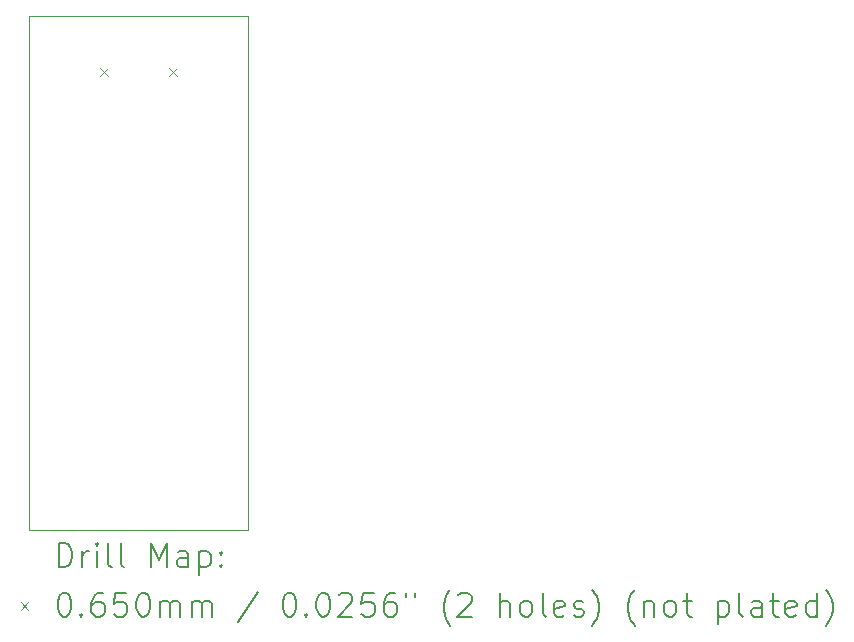
<source format=gbr>
%TF.GenerationSoftware,KiCad,Pcbnew,(6.0.8)*%
%TF.CreationDate,2022-12-17T22:06:41+01:00*%
%TF.ProjectId,Dact,44616374-2e6b-4696-9361-645f70636258,rev?*%
%TF.SameCoordinates,Original*%
%TF.FileFunction,Drillmap*%
%TF.FilePolarity,Positive*%
%FSLAX45Y45*%
G04 Gerber Fmt 4.5, Leading zero omitted, Abs format (unit mm)*
G04 Created by KiCad (PCBNEW (6.0.8)) date 2022-12-17 22:06:41*
%MOMM*%
%LPD*%
G01*
G04 APERTURE LIST*
%ADD10C,0.100000*%
%ADD11C,0.200000*%
%ADD12C,0.065000*%
G04 APERTURE END LIST*
D10*
X14037000Y-5256000D02*
X15887000Y-5256000D01*
X15887000Y-9606000D02*
X14037000Y-9606000D01*
X15887000Y-5256000D02*
X15887000Y-9606000D01*
X14037000Y-9606000D02*
X14037000Y-5256000D01*
D11*
D12*
X14642000Y-5699750D02*
X14707000Y-5764750D01*
X14707000Y-5699750D02*
X14642000Y-5764750D01*
X15222000Y-5699750D02*
X15287000Y-5764750D01*
X15287000Y-5699750D02*
X15222000Y-5764750D01*
D11*
X14289619Y-9921476D02*
X14289619Y-9721476D01*
X14337238Y-9721476D01*
X14365809Y-9731000D01*
X14384857Y-9750048D01*
X14394381Y-9769095D01*
X14403905Y-9807190D01*
X14403905Y-9835762D01*
X14394381Y-9873857D01*
X14384857Y-9892905D01*
X14365809Y-9911952D01*
X14337238Y-9921476D01*
X14289619Y-9921476D01*
X14489619Y-9921476D02*
X14489619Y-9788143D01*
X14489619Y-9826238D02*
X14499143Y-9807190D01*
X14508667Y-9797667D01*
X14527714Y-9788143D01*
X14546762Y-9788143D01*
X14613428Y-9921476D02*
X14613428Y-9788143D01*
X14613428Y-9721476D02*
X14603905Y-9731000D01*
X14613428Y-9740524D01*
X14622952Y-9731000D01*
X14613428Y-9721476D01*
X14613428Y-9740524D01*
X14737238Y-9921476D02*
X14718190Y-9911952D01*
X14708667Y-9892905D01*
X14708667Y-9721476D01*
X14842000Y-9921476D02*
X14822952Y-9911952D01*
X14813428Y-9892905D01*
X14813428Y-9721476D01*
X15070571Y-9921476D02*
X15070571Y-9721476D01*
X15137238Y-9864333D01*
X15203905Y-9721476D01*
X15203905Y-9921476D01*
X15384857Y-9921476D02*
X15384857Y-9816714D01*
X15375333Y-9797667D01*
X15356286Y-9788143D01*
X15318190Y-9788143D01*
X15299143Y-9797667D01*
X15384857Y-9911952D02*
X15365809Y-9921476D01*
X15318190Y-9921476D01*
X15299143Y-9911952D01*
X15289619Y-9892905D01*
X15289619Y-9873857D01*
X15299143Y-9854810D01*
X15318190Y-9845286D01*
X15365809Y-9845286D01*
X15384857Y-9835762D01*
X15480095Y-9788143D02*
X15480095Y-9988143D01*
X15480095Y-9797667D02*
X15499143Y-9788143D01*
X15537238Y-9788143D01*
X15556286Y-9797667D01*
X15565809Y-9807190D01*
X15575333Y-9826238D01*
X15575333Y-9883381D01*
X15565809Y-9902429D01*
X15556286Y-9911952D01*
X15537238Y-9921476D01*
X15499143Y-9921476D01*
X15480095Y-9911952D01*
X15661048Y-9902429D02*
X15670571Y-9911952D01*
X15661048Y-9921476D01*
X15651524Y-9911952D01*
X15661048Y-9902429D01*
X15661048Y-9921476D01*
X15661048Y-9797667D02*
X15670571Y-9807190D01*
X15661048Y-9816714D01*
X15651524Y-9807190D01*
X15661048Y-9797667D01*
X15661048Y-9816714D01*
D12*
X13967000Y-10218500D02*
X14032000Y-10283500D01*
X14032000Y-10218500D02*
X13967000Y-10283500D01*
D11*
X14327714Y-10141476D02*
X14346762Y-10141476D01*
X14365809Y-10151000D01*
X14375333Y-10160524D01*
X14384857Y-10179571D01*
X14394381Y-10217667D01*
X14394381Y-10265286D01*
X14384857Y-10303381D01*
X14375333Y-10322429D01*
X14365809Y-10331952D01*
X14346762Y-10341476D01*
X14327714Y-10341476D01*
X14308667Y-10331952D01*
X14299143Y-10322429D01*
X14289619Y-10303381D01*
X14280095Y-10265286D01*
X14280095Y-10217667D01*
X14289619Y-10179571D01*
X14299143Y-10160524D01*
X14308667Y-10151000D01*
X14327714Y-10141476D01*
X14480095Y-10322429D02*
X14489619Y-10331952D01*
X14480095Y-10341476D01*
X14470571Y-10331952D01*
X14480095Y-10322429D01*
X14480095Y-10341476D01*
X14661048Y-10141476D02*
X14622952Y-10141476D01*
X14603905Y-10151000D01*
X14594381Y-10160524D01*
X14575333Y-10189095D01*
X14565809Y-10227190D01*
X14565809Y-10303381D01*
X14575333Y-10322429D01*
X14584857Y-10331952D01*
X14603905Y-10341476D01*
X14642000Y-10341476D01*
X14661048Y-10331952D01*
X14670571Y-10322429D01*
X14680095Y-10303381D01*
X14680095Y-10255762D01*
X14670571Y-10236714D01*
X14661048Y-10227190D01*
X14642000Y-10217667D01*
X14603905Y-10217667D01*
X14584857Y-10227190D01*
X14575333Y-10236714D01*
X14565809Y-10255762D01*
X14861048Y-10141476D02*
X14765809Y-10141476D01*
X14756286Y-10236714D01*
X14765809Y-10227190D01*
X14784857Y-10217667D01*
X14832476Y-10217667D01*
X14851524Y-10227190D01*
X14861048Y-10236714D01*
X14870571Y-10255762D01*
X14870571Y-10303381D01*
X14861048Y-10322429D01*
X14851524Y-10331952D01*
X14832476Y-10341476D01*
X14784857Y-10341476D01*
X14765809Y-10331952D01*
X14756286Y-10322429D01*
X14994381Y-10141476D02*
X15013428Y-10141476D01*
X15032476Y-10151000D01*
X15042000Y-10160524D01*
X15051524Y-10179571D01*
X15061048Y-10217667D01*
X15061048Y-10265286D01*
X15051524Y-10303381D01*
X15042000Y-10322429D01*
X15032476Y-10331952D01*
X15013428Y-10341476D01*
X14994381Y-10341476D01*
X14975333Y-10331952D01*
X14965809Y-10322429D01*
X14956286Y-10303381D01*
X14946762Y-10265286D01*
X14946762Y-10217667D01*
X14956286Y-10179571D01*
X14965809Y-10160524D01*
X14975333Y-10151000D01*
X14994381Y-10141476D01*
X15146762Y-10341476D02*
X15146762Y-10208143D01*
X15146762Y-10227190D02*
X15156286Y-10217667D01*
X15175333Y-10208143D01*
X15203905Y-10208143D01*
X15222952Y-10217667D01*
X15232476Y-10236714D01*
X15232476Y-10341476D01*
X15232476Y-10236714D02*
X15242000Y-10217667D01*
X15261048Y-10208143D01*
X15289619Y-10208143D01*
X15308667Y-10217667D01*
X15318190Y-10236714D01*
X15318190Y-10341476D01*
X15413428Y-10341476D02*
X15413428Y-10208143D01*
X15413428Y-10227190D02*
X15422952Y-10217667D01*
X15442000Y-10208143D01*
X15470571Y-10208143D01*
X15489619Y-10217667D01*
X15499143Y-10236714D01*
X15499143Y-10341476D01*
X15499143Y-10236714D02*
X15508667Y-10217667D01*
X15527714Y-10208143D01*
X15556286Y-10208143D01*
X15575333Y-10217667D01*
X15584857Y-10236714D01*
X15584857Y-10341476D01*
X15975333Y-10131952D02*
X15803905Y-10389095D01*
X16232476Y-10141476D02*
X16251524Y-10141476D01*
X16270571Y-10151000D01*
X16280095Y-10160524D01*
X16289619Y-10179571D01*
X16299143Y-10217667D01*
X16299143Y-10265286D01*
X16289619Y-10303381D01*
X16280095Y-10322429D01*
X16270571Y-10331952D01*
X16251524Y-10341476D01*
X16232476Y-10341476D01*
X16213428Y-10331952D01*
X16203905Y-10322429D01*
X16194381Y-10303381D01*
X16184857Y-10265286D01*
X16184857Y-10217667D01*
X16194381Y-10179571D01*
X16203905Y-10160524D01*
X16213428Y-10151000D01*
X16232476Y-10141476D01*
X16384857Y-10322429D02*
X16394381Y-10331952D01*
X16384857Y-10341476D01*
X16375333Y-10331952D01*
X16384857Y-10322429D01*
X16384857Y-10341476D01*
X16518190Y-10141476D02*
X16537238Y-10141476D01*
X16556286Y-10151000D01*
X16565809Y-10160524D01*
X16575333Y-10179571D01*
X16584857Y-10217667D01*
X16584857Y-10265286D01*
X16575333Y-10303381D01*
X16565809Y-10322429D01*
X16556286Y-10331952D01*
X16537238Y-10341476D01*
X16518190Y-10341476D01*
X16499143Y-10331952D01*
X16489619Y-10322429D01*
X16480095Y-10303381D01*
X16470571Y-10265286D01*
X16470571Y-10217667D01*
X16480095Y-10179571D01*
X16489619Y-10160524D01*
X16499143Y-10151000D01*
X16518190Y-10141476D01*
X16661048Y-10160524D02*
X16670571Y-10151000D01*
X16689619Y-10141476D01*
X16737238Y-10141476D01*
X16756286Y-10151000D01*
X16765809Y-10160524D01*
X16775333Y-10179571D01*
X16775333Y-10198619D01*
X16765809Y-10227190D01*
X16651524Y-10341476D01*
X16775333Y-10341476D01*
X16956286Y-10141476D02*
X16861048Y-10141476D01*
X16851524Y-10236714D01*
X16861048Y-10227190D01*
X16880095Y-10217667D01*
X16927714Y-10217667D01*
X16946762Y-10227190D01*
X16956286Y-10236714D01*
X16965810Y-10255762D01*
X16965810Y-10303381D01*
X16956286Y-10322429D01*
X16946762Y-10331952D01*
X16927714Y-10341476D01*
X16880095Y-10341476D01*
X16861048Y-10331952D01*
X16851524Y-10322429D01*
X17137238Y-10141476D02*
X17099143Y-10141476D01*
X17080095Y-10151000D01*
X17070571Y-10160524D01*
X17051524Y-10189095D01*
X17042000Y-10227190D01*
X17042000Y-10303381D01*
X17051524Y-10322429D01*
X17061048Y-10331952D01*
X17080095Y-10341476D01*
X17118190Y-10341476D01*
X17137238Y-10331952D01*
X17146762Y-10322429D01*
X17156286Y-10303381D01*
X17156286Y-10255762D01*
X17146762Y-10236714D01*
X17137238Y-10227190D01*
X17118190Y-10217667D01*
X17080095Y-10217667D01*
X17061048Y-10227190D01*
X17051524Y-10236714D01*
X17042000Y-10255762D01*
X17232476Y-10141476D02*
X17232476Y-10179571D01*
X17308667Y-10141476D02*
X17308667Y-10179571D01*
X17603905Y-10417667D02*
X17594381Y-10408143D01*
X17575333Y-10379571D01*
X17565810Y-10360524D01*
X17556286Y-10331952D01*
X17546762Y-10284333D01*
X17546762Y-10246238D01*
X17556286Y-10198619D01*
X17565810Y-10170048D01*
X17575333Y-10151000D01*
X17594381Y-10122429D01*
X17603905Y-10112905D01*
X17670571Y-10160524D02*
X17680095Y-10151000D01*
X17699143Y-10141476D01*
X17746762Y-10141476D01*
X17765810Y-10151000D01*
X17775333Y-10160524D01*
X17784857Y-10179571D01*
X17784857Y-10198619D01*
X17775333Y-10227190D01*
X17661048Y-10341476D01*
X17784857Y-10341476D01*
X18022952Y-10341476D02*
X18022952Y-10141476D01*
X18108667Y-10341476D02*
X18108667Y-10236714D01*
X18099143Y-10217667D01*
X18080095Y-10208143D01*
X18051524Y-10208143D01*
X18032476Y-10217667D01*
X18022952Y-10227190D01*
X18232476Y-10341476D02*
X18213429Y-10331952D01*
X18203905Y-10322429D01*
X18194381Y-10303381D01*
X18194381Y-10246238D01*
X18203905Y-10227190D01*
X18213429Y-10217667D01*
X18232476Y-10208143D01*
X18261048Y-10208143D01*
X18280095Y-10217667D01*
X18289619Y-10227190D01*
X18299143Y-10246238D01*
X18299143Y-10303381D01*
X18289619Y-10322429D01*
X18280095Y-10331952D01*
X18261048Y-10341476D01*
X18232476Y-10341476D01*
X18413429Y-10341476D02*
X18394381Y-10331952D01*
X18384857Y-10312905D01*
X18384857Y-10141476D01*
X18565810Y-10331952D02*
X18546762Y-10341476D01*
X18508667Y-10341476D01*
X18489619Y-10331952D01*
X18480095Y-10312905D01*
X18480095Y-10236714D01*
X18489619Y-10217667D01*
X18508667Y-10208143D01*
X18546762Y-10208143D01*
X18565810Y-10217667D01*
X18575333Y-10236714D01*
X18575333Y-10255762D01*
X18480095Y-10274810D01*
X18651524Y-10331952D02*
X18670571Y-10341476D01*
X18708667Y-10341476D01*
X18727714Y-10331952D01*
X18737238Y-10312905D01*
X18737238Y-10303381D01*
X18727714Y-10284333D01*
X18708667Y-10274810D01*
X18680095Y-10274810D01*
X18661048Y-10265286D01*
X18651524Y-10246238D01*
X18651524Y-10236714D01*
X18661048Y-10217667D01*
X18680095Y-10208143D01*
X18708667Y-10208143D01*
X18727714Y-10217667D01*
X18803905Y-10417667D02*
X18813429Y-10408143D01*
X18832476Y-10379571D01*
X18842000Y-10360524D01*
X18851524Y-10331952D01*
X18861048Y-10284333D01*
X18861048Y-10246238D01*
X18851524Y-10198619D01*
X18842000Y-10170048D01*
X18832476Y-10151000D01*
X18813429Y-10122429D01*
X18803905Y-10112905D01*
X19165810Y-10417667D02*
X19156286Y-10408143D01*
X19137238Y-10379571D01*
X19127714Y-10360524D01*
X19118190Y-10331952D01*
X19108667Y-10284333D01*
X19108667Y-10246238D01*
X19118190Y-10198619D01*
X19127714Y-10170048D01*
X19137238Y-10151000D01*
X19156286Y-10122429D01*
X19165810Y-10112905D01*
X19242000Y-10208143D02*
X19242000Y-10341476D01*
X19242000Y-10227190D02*
X19251524Y-10217667D01*
X19270571Y-10208143D01*
X19299143Y-10208143D01*
X19318190Y-10217667D01*
X19327714Y-10236714D01*
X19327714Y-10341476D01*
X19451524Y-10341476D02*
X19432476Y-10331952D01*
X19422952Y-10322429D01*
X19413429Y-10303381D01*
X19413429Y-10246238D01*
X19422952Y-10227190D01*
X19432476Y-10217667D01*
X19451524Y-10208143D01*
X19480095Y-10208143D01*
X19499143Y-10217667D01*
X19508667Y-10227190D01*
X19518190Y-10246238D01*
X19518190Y-10303381D01*
X19508667Y-10322429D01*
X19499143Y-10331952D01*
X19480095Y-10341476D01*
X19451524Y-10341476D01*
X19575333Y-10208143D02*
X19651524Y-10208143D01*
X19603905Y-10141476D02*
X19603905Y-10312905D01*
X19613429Y-10331952D01*
X19632476Y-10341476D01*
X19651524Y-10341476D01*
X19870571Y-10208143D02*
X19870571Y-10408143D01*
X19870571Y-10217667D02*
X19889619Y-10208143D01*
X19927714Y-10208143D01*
X19946762Y-10217667D01*
X19956286Y-10227190D01*
X19965810Y-10246238D01*
X19965810Y-10303381D01*
X19956286Y-10322429D01*
X19946762Y-10331952D01*
X19927714Y-10341476D01*
X19889619Y-10341476D01*
X19870571Y-10331952D01*
X20080095Y-10341476D02*
X20061048Y-10331952D01*
X20051524Y-10312905D01*
X20051524Y-10141476D01*
X20242000Y-10341476D02*
X20242000Y-10236714D01*
X20232476Y-10217667D01*
X20213429Y-10208143D01*
X20175333Y-10208143D01*
X20156286Y-10217667D01*
X20242000Y-10331952D02*
X20222952Y-10341476D01*
X20175333Y-10341476D01*
X20156286Y-10331952D01*
X20146762Y-10312905D01*
X20146762Y-10293857D01*
X20156286Y-10274810D01*
X20175333Y-10265286D01*
X20222952Y-10265286D01*
X20242000Y-10255762D01*
X20308667Y-10208143D02*
X20384857Y-10208143D01*
X20337238Y-10141476D02*
X20337238Y-10312905D01*
X20346762Y-10331952D01*
X20365810Y-10341476D01*
X20384857Y-10341476D01*
X20527714Y-10331952D02*
X20508667Y-10341476D01*
X20470571Y-10341476D01*
X20451524Y-10331952D01*
X20442000Y-10312905D01*
X20442000Y-10236714D01*
X20451524Y-10217667D01*
X20470571Y-10208143D01*
X20508667Y-10208143D01*
X20527714Y-10217667D01*
X20537238Y-10236714D01*
X20537238Y-10255762D01*
X20442000Y-10274810D01*
X20708667Y-10341476D02*
X20708667Y-10141476D01*
X20708667Y-10331952D02*
X20689619Y-10341476D01*
X20651524Y-10341476D01*
X20632476Y-10331952D01*
X20622952Y-10322429D01*
X20613429Y-10303381D01*
X20613429Y-10246238D01*
X20622952Y-10227190D01*
X20632476Y-10217667D01*
X20651524Y-10208143D01*
X20689619Y-10208143D01*
X20708667Y-10217667D01*
X20784857Y-10417667D02*
X20794381Y-10408143D01*
X20813429Y-10379571D01*
X20822952Y-10360524D01*
X20832476Y-10331952D01*
X20842000Y-10284333D01*
X20842000Y-10246238D01*
X20832476Y-10198619D01*
X20822952Y-10170048D01*
X20813429Y-10151000D01*
X20794381Y-10122429D01*
X20784857Y-10112905D01*
M02*

</source>
